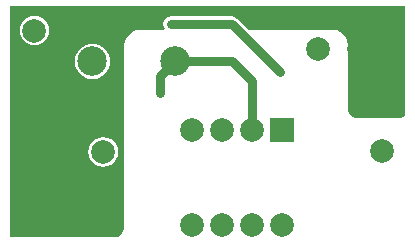
<source format=gbl>
G04 Layer_Physical_Order=2*
G04 Layer_Color=16711680*
%FSLAX25Y25*%
%MOIN*%
G70*
G01*
G75*
%ADD21C,0.02953*%
%ADD22C,0.07874*%
%ADD23C,0.09843*%
%ADD24R,0.07874X0.07874*%
%ADD25C,0.01969*%
%ADD26C,0.02756*%
G36*
X316579Y159814D02*
X316013Y159379D01*
X315283Y159077D01*
X314697Y159000D01*
X300771D01*
X300086Y159090D01*
X299235Y159443D01*
X298504Y160004D01*
X297943Y160735D01*
X297590Y161586D01*
X297500Y162271D01*
Y183500D01*
Y183828D01*
X297371Y184805D01*
X296867Y186022D01*
X296066Y187066D01*
X295022Y187867D01*
X293805Y188371D01*
X292828Y188500D01*
X264571D01*
X260785Y192285D01*
X259966Y192833D01*
X259000Y193025D01*
X238500D01*
X237534Y192833D01*
X236715Y192285D01*
X236167Y191466D01*
X235975Y190500D01*
X236167Y189534D01*
X236524Y189000D01*
X236257Y188500D01*
X228139D01*
X227064Y188358D01*
X225726Y187804D01*
X224577Y186923D01*
X223696Y185774D01*
X223142Y184436D01*
X223000Y183361D01*
Y183000D01*
Y123500D01*
Y123140D01*
X222858Y122064D01*
X222304Y120726D01*
X221423Y119577D01*
X221219Y119421D01*
X184921D01*
Y196579D01*
X316579D01*
Y159814D01*
D02*
G37*
%LPC*%
G36*
X216000Y152822D02*
X214711Y152652D01*
X213510Y152155D01*
X212479Y151364D01*
X211687Y150332D01*
X211190Y149131D01*
X211020Y147843D01*
X211190Y146554D01*
X211687Y145353D01*
X212479Y144321D01*
X213510Y143530D01*
X214711Y143033D01*
X216000Y142863D01*
X217289Y143033D01*
X218490Y143530D01*
X219521Y144321D01*
X220312Y145353D01*
X220810Y146554D01*
X220980Y147843D01*
X220810Y149131D01*
X220312Y150332D01*
X219521Y151364D01*
X218490Y152155D01*
X217289Y152652D01*
X216000Y152822D01*
D02*
G37*
G36*
X193126Y193295D02*
X191837Y193125D01*
X190636Y192627D01*
X189605Y191836D01*
X188813Y190805D01*
X188316Y189604D01*
X188146Y188315D01*
X188316Y187026D01*
X188813Y185825D01*
X189605Y184794D01*
X190636Y184002D01*
X191837Y183505D01*
X193126Y183335D01*
X194415Y183505D01*
X195616Y184002D01*
X196647Y184794D01*
X197439Y185825D01*
X197936Y187026D01*
X198106Y188315D01*
X197936Y189604D01*
X197439Y190805D01*
X196647Y191836D01*
X195616Y192627D01*
X194415Y193125D01*
X193126Y193295D01*
D02*
G37*
G36*
X212441Y183950D02*
X211280Y183836D01*
X210164Y183497D01*
X209135Y182947D01*
X208234Y182207D01*
X207494Y181306D01*
X206944Y180277D01*
X206605Y179161D01*
X206491Y178000D01*
X206605Y176839D01*
X206944Y175723D01*
X207494Y174694D01*
X208234Y173793D01*
X209135Y173053D01*
X210164Y172503D01*
X211280Y172164D01*
X212441Y172050D01*
X213602Y172164D01*
X214718Y172503D01*
X215746Y173053D01*
X216648Y173793D01*
X217388Y174694D01*
X217938Y175723D01*
X218277Y176839D01*
X218391Y178000D01*
X218277Y179161D01*
X217938Y180277D01*
X217388Y181306D01*
X216648Y182207D01*
X215746Y182947D01*
X214718Y183497D01*
X213602Y183836D01*
X212441Y183950D01*
D02*
G37*
%LPD*%
D21*
X235000Y167331D02*
Y173000D01*
X240000Y178000D01*
X265500Y155000D02*
Y171500D01*
X240000Y178000D02*
X259000D01*
X265500Y171500D01*
X238500Y190500D02*
X259000D01*
X275000Y174500D01*
D22*
X216000Y147843D02*
D03*
Y128157D02*
D03*
X287610Y182000D02*
D03*
X301390D02*
D03*
X308874Y167842D02*
D03*
Y148158D02*
D03*
X193126Y127685D02*
D03*
Y188315D02*
D03*
X245500Y123504D02*
D03*
X255500D02*
D03*
X265500D02*
D03*
X275500D02*
D03*
X245500Y155000D02*
D03*
X255500D02*
D03*
X265500D02*
D03*
D23*
X212441Y178000D02*
D03*
X240000D02*
D03*
D24*
X275500Y155000D02*
D03*
D25*
X200787Y133858D02*
D03*
Y149606D02*
D03*
X204725Y125984D02*
D03*
X208662Y133858D02*
D03*
X204725Y141732D02*
D03*
X208662Y149606D02*
D03*
X212598Y141732D02*
D03*
Y188977D02*
D03*
X299213Y173228D02*
D03*
X311024Y181103D02*
D03*
X307087Y188977D02*
D03*
X275000Y174500D02*
D03*
X238500Y190500D02*
D03*
X241500D02*
D03*
D26*
X195468Y173000D02*
D03*
X189482D02*
D03*
M02*

</source>
